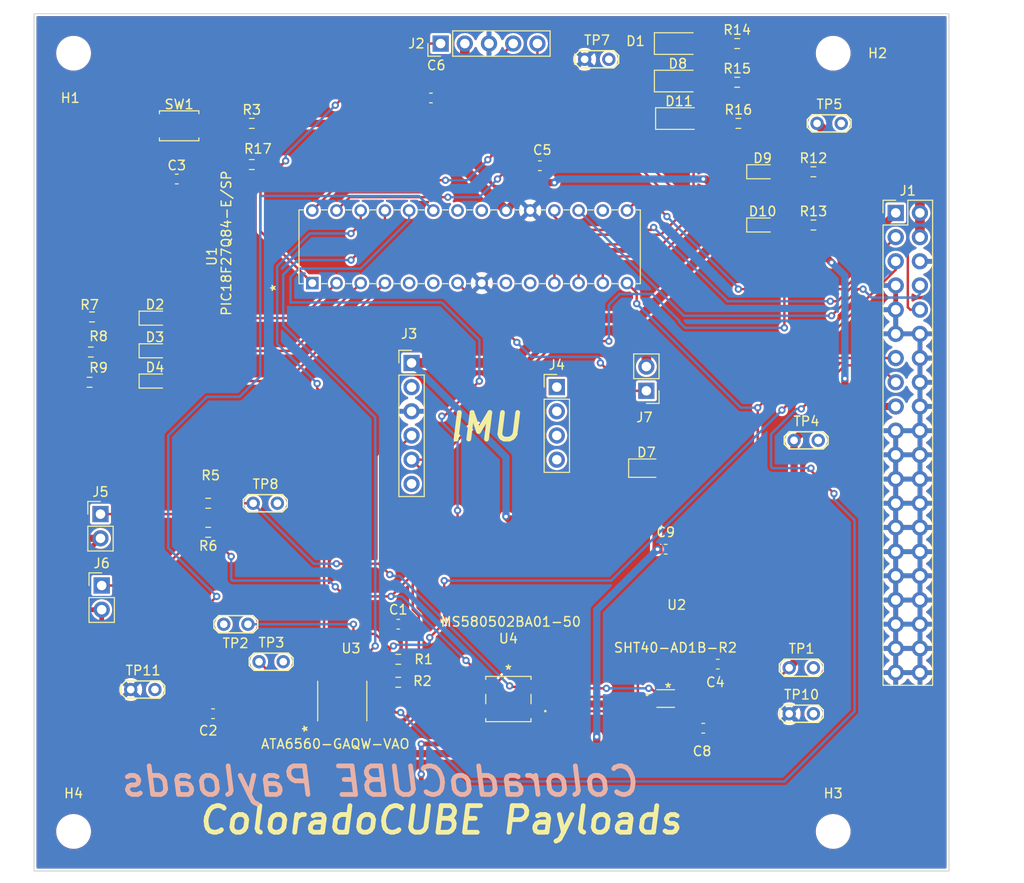
<source format=kicad_pcb>
(kicad_pcb (version 20211014) (generator pcbnew)
  (layers (0 "F.Cu" signal) (31 "B.Cu" signal) (34 "B.Paste" user) (35 "F.Paste" user) (36 "B.SilkS" user "B.Silkscreen") (37 "F.SilkS" user "F.Silkscreen") (38 "B.Mask" user) (39 "F.Mask" user) (44 "Edge.Cuts" user))
  (net 0 "")
  (net 1 "Net-(C1-Pad1)")
  (net 2 "GND")
  (net 3 "/+5V_VDD")
  (net 5 "Net-(D2-Pad1)")
  (net 6 "/LED_1")
  (net 7 "Net-(D3-Pad1)")
  (net 8 "/LED_2")
  (net 9 "Net-(D4-Pad1)")
  (net 10 "/LED_3")
  (net 11 "/LED_4")
  (net 12 "/LED_5")
  (net 14 "/RC6_TX")
  (net 15 "/RC7_RX")
  (net 16 "/CAN_Transceiver/CANH")
  (net 17 "/CAN_Transceiver/CANL")
  (net 18 "/MCLR")
  (net 19 "/ICSPD")
  (net 20 "/ICSPC")
  (net 21 "/SDA_RC4")
  (net 22 "/SCL_RC3")
  (net 23 "/CAN_Transceiver/CAN_RX")
  (net 24 "/CAN_Transceiver/CAN_TX")
  (net 25 "Net-(J7-Pad1)")
  (net 29 "/CAN_Transceiver/NSIL")
  (net 30 "/CAN_Transceiver/STBY")
  (net 31 "/CAN_Transceiver/PWR")
  (net 33 "/+3V3_VDD")
  (net 35 "Net-(D9-Pad2)")
  (net 36 "Net-(D10-Pad2)")
  (net 37 "Net-(D1-Pad1)")
  (net 38 "/RC0_D11")
  (net 39 "Net-(D8-Pad1)")
  (net 40 "/RC1_D12")
  (net 41 "Net-(D11-Pad1)")
  (net 42 "/RC2_D13")
  (net 43 "Net-(C3-Pad2)")
  (net 49 "Net-(J5-Pad1)")
  (net 50 "Net-(J6-Pad1)")
  (footprint "TestPoint:TestPoint_2Pads_Pitch2.54mm_Drill0.8mm" (layer "F.Cu") (at 162.306 46.863)
    (fp_text reference "TP7")
    (fp_text value "TestPoint")
  )
  (footprint "Capacitor_SMD:C_0603_1608Metric_Pad1.08x0.95mm_HandSolder" (layer "F.Cu") (at 142.748 106.172 180)
    (fp_text reference "C1")
    (fp_text value "4.7nF")
  )
  (footprint "Resistor_SMD:R_0603_1608Metric_Pad0.98x0.95mm_HandSolder" (layer "F.Cu") (at 110.49 77.597 180)
    (fp_text reference "R8")
    (fp_text value "330")
  )
  (footprint "LED_SMD:LED_0603_1608Metric_Pad1.05x0.95mm_HandSolder" (layer "F.Cu") (at 117.221 74.041)
    (fp_text reference "D2")
    (fp_text value "RED")
  )
  (footprint "Capacitor_SMD:C_0603_1608Metric_Pad1.08x0.95mm_HandSolder" (layer "F.Cu") (at 170.815 98.298 180)
    (fp_text reference "C9")
    (fp_text value "22uF")
  )
  (footprint "MS5805:MS580502BA01-50" (layer "F.Cu") (at 154.305 114.02695 180)
    (fp_text reference "U4")
    (fp_text value "MS580502BA01-50")
  )
  (footprint "Capacitor_SMD:C_0603_1608Metric_Pad1.08x0.95mm_HandSolder" (layer "F.Cu") (at 119.507 59.436)
    (fp_text reference "C3")
    (fp_text value "0.1uF")
  )
  (footprint "Capacitor_SMD:C_0603_1608Metric_Pad1.08x0.95mm_HandSolder" (layer "F.Cu") (at 176.276 110.363 180)
    (fp_text reference "C4")
    (fp_text value "0.1uF")
  )
  (footprint "footprintsSP:PIC18F27Q84-E&slash_SP" (layer "F.Cu") (at 133.731 70.358 90)
    (fp_text reference "U1")
    (fp_text value "PIC18F27Q84-E/SP")
  )
  (footprint "Connector_PinHeader_2.54mm:PinHeader_1x04_P2.54mm_Vertical" (layer "F.Cu") (at 159.385 81.28)
    (fp_text reference "J4")
    (fp_text value "PR20204VBNN")
  )
  (footprint "Resistor_SMD:R_0603_1608Metric_Pad0.98x0.95mm_HandSolder" (layer "F.Cu") (at 110.363 80.772 180)
    (fp_text reference "R9")
    (fp_text value "330")
  )
  (footprint "Resistor_SMD:R_0603_1608Metric_Pad0.98x0.95mm_HandSolder" (layer "F.Cu") (at 122.809 93.472 180)
    (fp_text reference "R5")
    (fp_text value "10k")
  )
  (footprint "LED_SMD:LED_1206_3216Metric_Pad1.42x1.75mm_HandSolder" (layer "F.Cu") (at 172.212 53.086)
    (fp_text reference "D11")
    (fp_text value "LED_Filled")
  )
  (footprint "TestPoint:TestPoint_2Pads_Pitch2.54mm_Drill0.8mm" (layer "F.Cu") (at 126.98 106.172 180)
    (fp_text reference "TP2")
    (fp_text value "TestPoint")
  )
  (footprint "MountingHole:MountingHole_3mm" (layer "F.Cu") (at 108.683 46.23)
    (fp_text reference "H1")
    (fp_text value "3mm_Mounting_Hole")
  )
  (footprint "tem_sensor:SHT40-AD1B-R2" (layer "F.Cu") (at 170.815 113.97295)
    (fp_text reference "U2")
    (fp_text value "SHT40-AD1B-R2")
  )
  (footprint "Resistor_SMD:R_0603_1608Metric_Pad0.98x0.95mm_HandSolder" (layer "F.Cu") (at 122.809 96.52 180)
    (fp_text reference "R6")
    (fp_text value "10k")
  )
  (footprint "TestPoint:TestPoint_2Pads_Pitch2.54mm_Drill0.8mm" (layer "F.Cu") (at 127.528 93.472)
    (fp_text reference "TP8")
    (fp_text value "TestPoint")
  )
  (footprint "Connector_PinHeader_2.54mm:PinHeader_1x06_P2.54mm_Vertical" (layer "F.Cu") (at 144.145 78.74)
    (fp_text reference "J3")
    (fp_text value "PR20206VBNN")
  )
  (footprint "Capacitor_SMD:C_0603_1608Metric_Pad1.08x0.95mm_HandSolder" (layer "F.Cu") (at 123.317 115.57 180)
    (fp_text reference "C2")
    (fp_text value "100nF")
  )
  (footprint "TestPoint:TestPoint_2Pads_Pitch2.54mm_Drill0.8mm" (layer "F.Cu") (at 183.769 110.744)
    (fp_text reference "TP1")
    (fp_text value "TestPoint")
  )
  (footprint "Resistor_SMD:R_0603_1608Metric_Pad0.98x0.95mm_HandSolder" (layer "F.Cu") (at 178.435 53.594)
    (fp_text reference "R16")
    (fp_text value "1k")
  )
  (footprint "Resistor_SMD:R_0603_1608Metric_Pad0.98x0.95mm_HandSolder" (layer "F.Cu") (at 142.748 112.268 180)
    (fp_text reference "R2")
    (fp_text value "60")
  )
  (footprint "Resistor_SMD:R_0603_1608Metric_Pad0.98x0.95mm_HandSolder" (layer "F.Cu") (at 178.308 45.212)
    (fp_text reference "R14")
    (fp_text value "1k")
  )
  (footprint "TestPoint:TestPoint_2Pads_Pitch2.54mm_Drill0.8mm" (layer "F.Cu") (at 186.69 53.594)
    (fp_text reference "TP5")
    (fp_text value "TestPoint")
  )
  (footprint "MountingHole:MountingHole_3mm" (layer "F.Cu") (at 108.683 127.93)
    (fp_text reference "H4")
    (fp_text value "3mm_Mounting_Hole")
  )
  (footprint "TestPoint:TestPoint_2Pads_Pitch2.54mm_Drill0.8mm" (layer "F.Cu") (at 183.769 115.57)
    (fp_text reference "TP10")
    (fp_text value "TestPoint")
  )
  (footprint "LED_SMD:LED_0603_1608Metric_Pad1.05x0.95mm_HandSolder" (layer "F.Cu") (at 180.975 58.674)
    (fp_text reference "D9")
    (fp_text value "RED")
  )
  (footprint "LED_SMD:LED_1206_3216Metric_Pad1.42x1.75mm_HandSolder" (layer "F.Cu") (at 172.085 45.212)
    (fp_text reference "D1")
    (fp_text value "LED_Filled")
  )
  (footprint "MountingHole:MountingHole_3mm" (layer "F.Cu") (at 188.383 46.23)
    (fp_text reference "H2")
    (fp_text value "3mm_Mounting_Hole")
  )
  (footprint "Button_Switch_SMD:SW_Push_SPST_NO_Alps_SKRK" (layer "F.Cu") (at 119.761 53.848)
    (fp_text reference "SW1")
    (fp_text value "SW_SPST")
  )
  (footprint "Connector_PinHeader_2.54mm:PinHeader_1x02_P2.54mm_Vertical" (layer "F.Cu") (at 168.783 81.666 180)
    (fp_text reference "J7")
    (fp_text value "Conn_01x02")
  )
  (footprint "Diode_SMD:D_0805_2012Metric_Pad1.15x1.40mm_HandSolder" (layer "F.Cu") (at 168.783 89.789)
    (fp_text reference "D7")
    (fp_text value "DIODE")
  )
  (footprint "Resistor_SMD:R_0603_1608Metric_Pad0.98x0.95mm_HandSolder" (layer "F.Cu") (at 178.308 49.276)
    (fp_text reference "R15")
    (fp_text value "1k")
  )
  (footprint "TestPoint:TestPoint_2Pads_Pitch2.54mm_Drill0.8mm" (layer "F.Cu") (at 184.277 86.868)
    (fp_text reference "TP4")
    (fp_text value "TestPoint")
  )
  (footprint "Resistor_SMD:R_0603_1608Metric_Pad0.98x0.95mm_HandSolder" (layer "F.Cu") (at 186.309 64.262)
    (fp_text reference "R13")
    (fp_text value "270")
  )
  (footprint "Resistor_SMD:R_0603_1608Metric_Pad0.98x0.95mm_HandSolder" (layer "F.Cu") (at 142.748 109.855)
    (fp_text reference "R1")
    (fp_text value "60")
  )
  (footprint "CAN_footprint:ATA6560-GAQW-VAO" (layer "F.Cu") (at 136.87425 114.2365 90)
    (fp_text reference "U3")
    (fp_text value "ATA6560-GAQW-VAO")
  )
  (footprint "Resistor_SMD:R_0603_1608Metric_Pad0.98x0.95mm_HandSolder" (layer "F.Cu") (at 110.617 73.914 180)
    (fp_text reference "R7")
    (fp_text value "330")
  )
  (footprint "Resistor_SMD:R_0603_1608Metric_Pad0.98x0.95mm_HandSolder" (layer "F.Cu") (at 127.381 57.912)
    (fp_text reference "R17")
    (fp_text value "100")
  )
  (footprint "Capacitor_SMD:C_0603_1608Metric_Pad1.08x0.95mm_HandSolder" (layer "F.Cu") (at 157.607 58.039 180)
    (fp_text reference "C5")
    (fp_text value "0.1uF")
  )
  (footprint "Capacitor_SMD:C_0603_1608Metric_Pad1.08x0.95mm_HandSolder" (layer "F.Cu") (at 146.177 50.927 180)
    (fp_text reference "C6")
    (fp_text value "0.1uF")
  )
  (footprint "Resistor_SMD:R_0603_1608Metric_Pad0.98x0.95mm_HandSolder" (layer "F.Cu") (at 186.309 58.674)
    (fp_text reference "R12")
    (fp_text value "470")
  )
  (footprint "Resistor_SMD:R_0603_1608Metric_Pad0.98x0.95mm_HandSolder" (layer "F.Cu") (at 127.381 53.594)
    (fp_text reference "R3")
    (fp_text value "10K")
  )
  (footprint "TestPoint:TestPoint_2Pads_Pitch2.54mm_Drill0.8mm" (layer "F.Cu") (at 128.143 110.109)
    (fp_text reference "TP3")
    (fp_text value "TestPoint")
  )
  (footprint "TestPoint:TestPoint_2Pads_Pitch2.54mm_Drill0.8mm" (layer "F.Cu") (at 114.681 113.03)
    (fp_text reference "TP11")
    (fp_text value "TestPoint")
  )
  (footprint "Connector_PinHeader_2.54mm:PinHeader_1x05_P2.54mm_Vertical" (layer "F.Cu") (at 147.193 45.212 90)
    (fp_text reference "J2")
    (fp_text value "PH1-05-UA")
  )
  (footprint "MountingHole:MountingHole_3mm" (layer "F.Cu") (at 188.383 127.93)
    (fp_text reference "H3")
    (fp_text value "3mm_Mounting_Hole")
  )
  (footprint "LED_SMD:LED_0603_1608Metric_Pad1.05x0.95mm_HandSolder" (layer "F.Cu") (at 117.221 80.645)
    (fp_text reference "D4")
    (fp_text value "YELLOW")
  )
  (footprint "Capacitor_SMD:C_0603_1608Metric_Pad1.08x0.95mm_HandSolder" (layer "F.Cu") (at 174.752 117.094)
    (fp_text reference "C8")
    (fp_text value "0.1uF")
  )
  (footprint "Connector_PinHeader_2.54mm:PinHeader_1x02_P2.54mm_Vertical" (layer "F.Cu") (at 111.633 102.108)
    (fp_text reference "J6")
    (fp_text value "PH1-02-UA")
  )
  (footprint "LED_SMD:LED_0603_1608Metric_Pad1.05x0.95mm_HandSolder" (layer "F.Cu") (at 180.975 64.262)
    (fp_text reference "D10")
    (fp_text value "RED")
  )
  (footprint "Connector_PinHeader_2.54mm:PinHeader_1x02_P2.54mm_Vertical" (layer "F.Cu") (at 111.506 94.615)
    (fp_text reference "J5")
    (fp_text value "PH1-02-UA")
  )
  (footprint "LED_SMD:LED_0603_1608Metric_Pad1.05x0.95mm_HandSolder" (layer "F.Cu") (at 117.221 77.47)
    (fp_text reference "D3")
    (fp_text value "GREEN")
  )
  (footprint "LED_SMD:LED_1206_3216Metric_Pad1.42x1.75mm_HandSolder" (layer "F.Cu") (at 172.085 49.149)
    (fp_text reference "D8")
    (fp_text value "LED_Filled")
  )
  (footprint "Connector_PinHeader_2.54mm:PinHeader_2x20_P2.54mm_Vertical" (layer "F.Cu") (at 194.945 62.992)
    (fp_text reference "J1")
    (fp_text value "SSQ-120-03-F-D")
  )
  (gr_rect (start 104.533 42.08) (end 200.533 132.08) (layer "Edge.Cuts") (width 0.1) (fill none))
  (gr_text "ColoradoCUBE Payloads" (at 140.97 122.682) (layer "B.SilkS") (effects (font (size 3 3) (thickness 0.5) italic) (justify mirror)))
  (gr_text "ColoradoCUBE Payloads" (at 147.193 126.746) (layer "F.SilkS") (effects (font (size 2.794 2.794) (thickness 0.5) italic)))
  (gr_text "IMU" (at 151.892 85.471) (layer "F.SilkS") (effects (font (size 2.794 2.794) (thickness 0.5) italic)))
  (segment (start 143.6105 106.172) (end 143.6105 109.805) (width 0.254) (layer "F.Cu") (net 1))
  (segment (start 143.6605 112.268) (end 143.6605 109.855) (width 0.254) (layer "F.Cu") (net 1))
  (segment (start 143.6105 109.805) (end 143.6605 109.855) (width 0.254) (layer "F.Cu") (net 1))
  (segment (start 168.783 75.311) (end 167.513 74.041) (width 1.016) (layer "F.Cu") (net 3))
  (segment (start 167.758 89.789) (end 166.878 89.789) (width 0.762) (layer "F.Cu") (net 3))
  (segment (start 145.3145 53.1865) (end 144.907 53.594) (width 0.762) (layer "F.Cu") (net 3))
  (segment (start 168.783 79.126) (end 168.783 75.311) (width 1.016) (layer "F.Cu") (net 3))
  (segment (start 196.596 59.563) (end 192.786 59.563) (width 1.016) (layer "F.Cu") (net 3))
  (segment (start 175.006 59.436) (end 174.752 59.436) (width 0.762) (layer "F.Cu") (net 3))
  (segment (start 167.513 74.041) (end 168.021 74.041) (width 1.016) (layer "F.Cu") (net 3))
  (segment (start 159.385 74.041) (end 167.513 74.041) (width 1.016) (layer "F.Cu") (net 3))
  (segment (start 187.198 60.96) (end 187.198 58.6975) (width 1.016) (layer "F.Cu") (net 3))
  (segment (start 168.021 74.041) (end 175.641 66.421) (width 1.016) (layer "F.Cu") (net 3))
  (segment (start 176.657 61.087) (end 187.071 61.087) (width 1.016) (layer "F.Cu") (net 3))
  (segment (start 145.3145 50.927) (end 145.3145 53.1865) (width 0.762) (layer "F.Cu") (net 3))
  (segment (start 192.659 59.563) (end 192.786 59.563) (width 1.016) (layer "F.Cu") (net 3))
  (segment (start 197.485 62.992) (end 197.485 60.452) (width 1.016) (layer "F.Cu") (net 3))
  (segment (start 149.733 45.212) (end 149.733 58.42) (width 1.016) (layer "F.Cu") (net 3))
  (segment (start 175.641 62.103) (end 176.657 61.087) (width 1.016) (layer "F.Cu") (net 3))
  (segment (start 154.305 95.123) (end 154.051 94.869) (width 0.762) (layer "F.Cu") (net 3))
  (segment (start 156.7445 58.039) (end 156.7445 60.0445) (width 0.762) (layer "F.Cu") (net 3))
  (segment (start 197.485 60.452) (end 196.596 59.563) (width 1.016) (layer "F.Cu") (net 3))
  (segment (start 190.373 61.214) (end 187.452 61.214) (width 1.016) (layer "F.Cu") (net 3))
  (segment (start 154.686 78.74) (end 159.385 74.041) (width 1.016) (layer "F.Cu") (net 3))
  (segment (start 156.7445 60.0445) (end 154.051 62.738) (width 0.762) (layer "F.Cu") (net 3))
  (segment (start 149.733 58.42) (end 154.051 62.738) (width 1.016) (layer "F.Cu") (net 3))
  (segment (start 187.071 61.087) (end 187.198 60.96) (width 1.016) (layer "F.Cu") (net 3))
  (segment (start 159.131 59.817) (end 156.972 59.817) (width 0.762) (layer "F.Cu") (net 3))
  (segment (start 186.69 53.594) (end 192.659 59.563) (width 1.016) (layer "F.Cu") (net 3))
  (segment (start 175.641 66.421) (end 175.641 62.103) (width 1.016) (layer "F.Cu") (net 3))
  (segment (start 192.024 59.563) (end 190.373 61.214) (width 1.016) (layer "F.Cu") (net 3))
  (segment (start 187.452 61.214) (end 187.198 60.96) (width 1.016) (layer "F.Cu") (net 3))
  (segment (start 149.733 58.42) (end 144.907 53.594) (width 0.762) (layer "F.Cu") (net 3))
  (segment (start 197.485 65.532) (end 197.485 62.992) (width 1.016) (layer "F.Cu") (net 3))
  (segment (start 144.907 53.594) (end 128.2935 53.594) (width 0.762) (layer "F.Cu") (net 3))
  (segment (start 176.657 61.087) (end 175.006 59.436) (width 0.762) (layer "F.Cu") (net 3))
  (segment (start 187.198 58.6975) (end 187.2215 58.674) (width 1.016) (layer "F.Cu") (net 3))
  (segment (start 192.786 59.563) (end 192.024 59.563) (width 1.016) (layer "F.Cu") (net 3))
  (segment (start 166.878 89.789) (end 161.544 95.123) (width 0.762) (layer "F.Cu") (net 3))
  (segment (start 161.544 95.123) (end 154.305 95.123) (width 0.762) (layer "F.Cu") (net 3))
  (segment (start 144.145 78.74) (end 154.686 78.74) (width 1.016) (layer "F.Cu") (net 3))
  (segment (start 156.972 59.817) (end 156.7445 60.0445) (width 0.762) (layer "F.Cu") (net 3))
  (via (at 154.051 94.869) (size 0.762) (drill 0.381) (layers "F.Cu" "B.Cu") (net 3))
  (via (at 159.131 59.817) (size 0.762) (drill 0.381) (layers "F.Cu" "B.Cu") (net 3))
  (via (at 174.752 59.436) (size 0.762) (drill 0.381) (layers "F.Cu" "B.Cu") (net 3))
  (segment (start 174.752 59.436) (end 159.512 59.436) (width 0.762) (layer "B.Cu") (net 3))
  (segment (start 159.512 59.436) (end 159.131 59.817) (width 0.762) (layer "B.Cu") (net 3))
  (segment (start 154.051 94.869) (end 154.051 88.646) (width 0.762) (layer "B.Cu") (net 3))
  (segment (start 154.051 88.646) (end 144.145 78.74) (width 0.762) (layer "B.Cu") (net 3))
  (segment (start 116.219 73.914) (end 116.346 74.041) (width 0.254) (layer "F.Cu") (net 5))
  (segment (start 111.5295 73.914) (end 116.219 73.914) (width 0.254) (layer "F.Cu") (net 5))
  (segment (start 118.096 74.041) (end 132.588 74.041) (width 0.254) (layer "F.Cu") (net 6))
  (segment (start 132.588 74.041) (end 136.271 70.358) (width 0.254) (layer "F.Cu") (net 6))
  (segment (start 111.4025 77.597) (end 116.219 77.597) (width 0.254) (layer "F.Cu") (net 7))
  (segment (start 116.219 77.597) (end 116.346 77.47) (width 0.254) (layer "F.Cu") (net 7))
  (segment (start 118.096 77.47) (end 131.699 77.47) (width 0.254) (layer "F.Cu") (net 8))
  (segment (start 131.699 77.47) (end 138.811 70.358) (width 0.254) (layer "F.Cu") (net 8))
  (segment (start 116.219 80.772) (end 116.346 80.645) (width 0.254) (layer "F.Cu") (net 9))
  (segment (start 111.2755 80.772) (end 116.219 80.772) (width 0.254) (layer "F.Cu") (net 9))
  (segment (start 131.064 80.645) (end 141.351 70.358) (width 0.254) (layer "F.Cu") (net 10))
  (segment (start 118.096 80.645) (end 131.064 80.645) (width 0.254) (layer "F.Cu") (net 10))
  (segment (start 188.214 73.787) (end 191.008 70.993) (width 0.254) (layer "F.Cu") (net 14))
  (segment (start 191.008 70.993) (end 191.516 70.993) (width 0.254) (layer "F.Cu") (net 14))
  (via (at 188.214 73.787) (size 0.762) (drill 0.381) (layers "F.Cu" "B.Cu") (net 14))
  (via (at 191.516 70.993) (size 0.762) (drill 0.381) (layers "F.Cu" "B.Cu") (net 14))
  (segment (start 172.72 73.787) (end 188.214 73.787) (width 0.254) (layer "B.Cu") (net 14))
  (segment (start 191.516 70.993) (end 192.405 71.882) (width 0.254) (layer "B.Cu") (net 14))
  (segment (start 197.485 71.501) (end 197.485 70.612) (width 0.254) (layer "B.Cu") (net 14))
  (segment (start 192.405 71.882) (end 197.104 71.882) (width 0.254) (layer "B.Cu") (net 14))
  (segment (start 197.104 71.882) (end 197.485 71.501) (width 0.254) (layer "B.Cu") (net 14))
  (segment (start 161.671 62.738) (end 172.72 73.787) (width 0.254) (layer "B.Cu") (net 14))
  (segment (start 196.088 66.802) (end 196.215 66.929) (width 0.254) (layer "F.Cu") (net 15))
  (segment (start 159.131 63.373) (end 160.528 64.77) (width 0.254) (layer "F.Cu") (net 15))
  (segment (start 159.131 62.738) (end 159.131 63.373) (width 0.254) (layer "F.Cu") (net 15))
  (segment (start 194.31 66.802) (end 196.088 66.802) (width 0.254) (layer "F.Cu") (net 15))
  (segment (start 196.469 73.152) (end 197.485 73.152) (width 0.254) (layer "F.Cu") (net 15))
  (segment (start 196.215 66.929) (end 196.215 72.898) (width 0.254) (layer "F.Cu") (net 15))
  (segment (start 188.849 72.263) (end 194.31 66.802) (width 0.254) (layer "F.Cu") (net 15))
  (segment (start 196.215 72.898) (end 196.469 73.152) (width 0.254) (layer "F.Cu") (net 15))
  (segment (start 188.087 72.263) (end 188.849 72.263) (width 0.254) (layer "F.Cu") (net 15))
  (segment (start 160.528 64.77) (end 169.291 64.77) (width 0.254) (layer "F.Cu") (net 15))
  (segment (start 169.291 64.77) (end 169.545 64.516) (width 0.254) (layer "F.Cu") (net 15))
  (via (at 169.545 64.516) (size 0.762) (drill 0.381) (layers "F.Cu" "B.Cu") (net 15))
  (via (at 188.087 72.263) (size 0.762) (drill 0.381) (layers "F.Cu" "B.Cu") (net 15))
  (segment (start 177.292 72.263) (end 188.087 72.263) (width 0.254) (layer "B.Cu") (net 15))
  (segment (start 169.545 64.516) (end 177.292 72.263) (width 0.254) (layer "B.Cu") (net 15))
  (segment (start 188.468 78.232) (end 194.945 78.232) (width 0.254) (layer "F.Cu") (net 16))
  (segment (start 141.8355 108.6885) (end 142.0095 108.6885) (width 0.254) (layer "F.Cu") (net 16))
  (segment (start 136.23925 108.61675) (end 137.668 107.188) (width 0.254) (layer "F.Cu") (net 16))
  (segment (start 138.049 106.172) (end 138.049 107.061) (width 0.254) (layer "F.Cu") (net 16))
  (segment (start 138.176 107.188) (end 140.335 107.188) (width 0.254) (layer "F.Cu") (net 16))
  (segment (start 142.0095 108.6885) (end 142.24 108.458) (width 0.254) (layer "F.Cu") (net 16))
  (segment (start 146.05 107.569) (end 147.574 106.045) (width 0.254) (layer "F.Cu") (net 16))
  (segment (start 183.007 83.693) (end 188.468 78.232) (width 0.254) (layer "F.Cu") (net 16))
  (segment (start 137.668 107.188) (end 138.176 107.188) (width 0.254) (layer "F.Cu") (net 16))
  (segment (start 141.8355 108.6885) (end 141.8355 109.855) (width 0.254) (layer "F.Cu") (net 16))
  (segment (start 140.335 107.188) (end 141.8355 108.6885) (width 0.254) (layer "F.Cu") (net 16))
  (segment (start 147.574 106.045) (end 147.574 101.6) (width 0.254) (layer "F.Cu") (net 16))
  (segment (start 136.23925 111.5822) (end 136.23925 108.61675) (width 0.254) (layer "F.Cu") (net 16))
  (segment (start 138.049 107.061) (end 138.176 107.188) (width 0.254) (layer "F.Cu") (net 16))
  (via (at 146.05 107.569) (size 0.762) (drill 0.381) (layers "F.Cu" "B.Cu") (net 16))
  (via (at 142.24 108.458) (size 0.762) (drill 0.381) (layers "F.Cu" "B.Cu") (net 16))
  (via (at 138.049 106.172) (size 0.762) (drill 0.381) (layers "F.Cu" "B.Cu") (net 16))
  (via (at 183.007 83.693) (size 0.762) (drill 0.381) (layers "F.Cu" "B.Cu") (net 16))
  (via (at 147.574 101.6) (size 0.762) (drill 0.381) (layers "F.Cu" "B.Cu") (net 16))
  (segment (start 146.05 108.077) (end 146.05 107.569) (width 0.254) (layer "B.Cu") (net 16))
  (segment (start 142.24 108.458) (end 142.367 108.331) (width 0.254) (layer "B.Cu") (net 16))
  (segment (start 165.1 101.6) (end 183.007 83.693) (width 0.254) (layer "B.Cu") (net 16))
  (segment (start 147.574 101.6) (end 165.1 101.6) (width 0.254) (layer "B.Cu") (net 16))
  (segment (start 145.796 108.331) (end 146.05 108.077) (width 0.254) (layer "B.Cu") (net 16))
  (segment (start 126.98 106.172) (end 138.049 106.172) (width 0.254) (layer "B.Cu") (net 16))
  (segment (start 142.367 108.331) (end 145.796 108.331) (width 0.254) (layer "B.Cu") (net 16))
  (segment (start 141.8355 114.7845) (end 142.367 115.316) (width 0.254) (layer "F.Cu") (net 17))
  (segment (start 138.684 113.538) (end 137.50925 112.36325) (width 0.254) (layer "F.Cu") (net 17))
  (segment (start 185.801 90.043) (end 186.055 89.789) (width 0.254) (layer "F.Cu") (net 17))
  (segment (start 141.8355 112.268) (end 141.8355 114.7845) (width 0.254) (layer "F.Cu") (net 17))
  (segment (start 189.611 78.994) (end 193.167 78.994) (width 0.254) (layer "F.Cu") (net 17))
  (segment (start 141.8355 112.268) (end 140.5655 113.538) (width 0.254) (layer "F.Cu") (net 17))
  (segment (start 142.367 115.316) (end 142.494 115.443) (width 0.254) (layer "F.Cu") (net 17))
  (segment (start 185.039 83.566) (end 189.611 78.994) (width 0.254) (layer "F.Cu") (net 17))
  (segment (start 128.143 110.109) (end 131.953 113.919) (width 0.254) (layer "F.Cu") (net 17))
  (segment (start 131.953 113.919) (end 140.1845 113.919) (width 0.254) (layer "F.Cu") (net 17))
  (segment (start 140.5655 113.538) (end 138.684 113.538) (width 0.254) (layer "F.Cu") (net 17))
  (segment (start 186.055 90.043) (end 185.801 90.043) (width 0.254) (layer "F.Cu") (net 17))
  (segment (start 193.167 78.994) (end 194.945 80.772) (width 0.254) (layer "F.Cu") (net 17))
  (segment (start 137.50925 112.36325) (end 137.50925 111.5822) (width 0.254) (layer "F.Cu") (net 17))
  (segment (start 140.1845 113.919) (end 141.8355 112.268) (width 0.254) (layer "F.Cu") (net 17))
  (segment (start 188.468 92.456) (end 186.055 90.043) (width 0.254) (layer "F.Cu") (net 17))
  (segment (start 142.494 115.443) (end 143.002 115.443) (width 0.254) (layer "F.Cu") (net 17))
  (via (at 143.002 115.443) (size 0.762) (drill 0.381) (layers "F.Cu" "B.Cu") (net 17))
  (via (at 188.468 92.456) (size 0.762) (drill 0.381) (layers "F.Cu" "B.Cu") (net 17))
  (via (at 186.055 89.789) (size 0.762) (drill 0.381) (layers "F.Cu" "B.Cu") (net 17))
  (via (at 185.039 83.566) (size 0.762) (drill 0.381) (layers "F.Cu" "B.Cu") (net 17))
  (segment (start 184.531 83.566) (end 185.039 83.566) (width 0.254) (layer "B.Cu") (net 17))
  (segment (start 188.468 93.091) (end 188.468 92.837) (width 0.254) (layer "B.Cu") (net 17))
  (segment (start 186.055 89.789) (end 181.991 89.789) (width 0.254) (layer "B.Cu") (net 17))
  (segment (start 181.991 89.789) (end 181.864 89.662) (width 0.254) (layer "B.Cu") (net 17))
  (segment (start 143.002 115.443) (end 150.241 122.682) (width 0.254) (layer "B.Cu") (net 17))
  (segment (start 190.627 95.25) (end 188.468 93.091) (width 0.254) (layer "B.Cu") (net 17))
  (segment (start 183.261 122.682) (end 190.627 115.316) (width 0.254) (layer "B.Cu") (net 17))
  (segment (start 188.595 92.71) (end 188.468 92.583) (width 0.254) (layer "B.Cu") (net 17))
  (segment (start 181.864 86.233) (end 184.531 83.566) (width 0.254) (layer "B.Cu") (net 17))
  (segment (start 188.468 92.583) (end 188.468 92.456) (width 0.254) (layer "B.Cu") (net 17))
  (segment (start 188.468 92.837) (end 188.595 92.71) (width 0.254) (layer "B.Cu") (net 17))
  (segment (start 181.864 89.662) (end 181.864 86.233) (width 0.254) (layer "B.Cu") (net 17))
  (segment (start 190.627 115.316) (end 190.627 95.25) (width 0.254) (layer "B.Cu") (net 17))
  (segment (start 150.241 122.682) (end 183.261 122.682) (width 0.254) (layer "B.Cu") (net 17))
  (segment (start 130.556 57.912) (end 128.2935 57.912) (width 0.254) (layer "F.Cu") (net 18))
  (segment (start 142.621 45.212) (end 136.144 51.689) (width 0.254) (layer "F.Cu") (net 18))
  (segment (start 147.193 45.212) (end 142.621 45.212) (width 0.254) (layer "F.Cu") (net 18))
  (segment (start 130.937 57.531) (end 130.556 57.912) (width 0.254) (layer "F.Cu") (net 18))
  (segment (start 133.731 70.358) (end 128.2935 64.9205) (width 0.254) (layer "F.Cu") (net 18))
  (segment (start 128.2935 64.9205) (end 128.2935 57.912) (width 0.254) (layer "F.Cu") (net 18))
  (via (at 130.937 57.531) (size 0.762) (drill 0.381) (layers "F.Cu" "B.Cu") (net 18))
  (via (at 136.144 51.689) (size 0.762) (drill 0.381) (layers "F.Cu" "B.Cu") (net 18))
  (segment (start 136.144 51.689) (end 130.937 56.896) (width 0.254) (layer "B.Cu") (net 18))
  (segment (start 130.937 56.896) (end 130.937 57.531) (width 0.254) (layer "B.Cu") (net 18))
  (segment (start 154.813 45.212) (end 152.527 47.498) (width 0.254) (layer "F.Cu") (net 19))
  (segment (start 147.701 59.563) (end 136.906 59.563) (width 0.254) (layer "F.Cu") (net 19))
  (segment (start 152.527 56.007) (end 152.527 57.023) (width 0.254) (layer "F.Cu") (net 19))
  (segment (start 152.527 47.498) (end 152.527 56.007) (width 0.254) (layer "F.Cu") (net 19))
  (segment (start 152.527 57.023) (end 152.146 57.404) (width 0.254) (layer "F.Cu") (net 19))
  (segment (start 136.906 59.563) (end 133.731 62.738) (width 0.254) (layer "F.Cu") (net 19))
  (via (at 147.701 59.563) (size 0.762) (drill 0.381) (layers "F.Cu" "B.Cu") (net 19))
  (via (at 152.146 57.404) (size 0.762) (drill 0.381) (layers "F.Cu" "B.Cu") (net 19))
  (segment (start 149.987 59.563) (end 147.701 59.563) (width 0.254) (layer "B.Cu") (net 19))
  (segment (start 152.146 57.404) (end 149.987 59.563) (width 0.254) (layer "B.Cu") (net 19))
  (segment (start 157.353 55.245) (end 153.162 59.436) (width 0.254) (layer "F.Cu") (net 20))
  (segment (start 147.955 61.341) (end 137.668 61.341) (width 0.254) (layer "F.Cu") (net 20))
  (segment (start 137.668 61.341) (end 136.271 62.738) (width 0.254) (layer "F.Cu") (net 20))
  (segment (start 157.353 45.212) (end 157.353 55.245) (width 0.254) (layer "F.Cu") (net 20))
  (via (at 153.162 59.436) (size 0.762) (drill 0.381) (layers "F.Cu" "B.Cu") (net 20))
  (via (at 147.955 61.341) (size 0.762) (drill 0.381) (layers "F.Cu" "B.Cu") (net 20))
  (segment (start 153.162 59.436) (end 151.257 61.341) (width 0.254) (layer "B.Cu") (net 20))
  (segment (start 151.257 61.341) (end 147.955 61.341) (width 0.254) (layer "B.Cu") (net 20))
  (segment (start 137.16 103.251) (end 136.144 102.235) (width 0.254) (layer "F.Cu") (net 21))
  (segment (start 164.592 112.903) (end 158.877 112.903) (width 0.254) (layer "F.Cu") (net 21))
  (segment (start 189.484 70.993) (end 194.945 65.532) (width 0.254) (layer "F.Cu") (net 21))
  (segment (start 157.226 111.252) (end 154.159951 111.252) (width 0.254) (layer "F.Cu") (net 21))
  (segment (start 144.145 88.9) (end 146.939 88.9) (width 0.254) (layer "F.Cu") (net 21))
  (segment (start 146.939 88.9) (end 156.083 79.756) (width 0.254) (layer "F.Cu") (net 21))
  (segment (start 156.083 79.756) (end 159.385 76.454) (width 0.254) (layer "F.Cu") (net 21))
  (segment (start 169.672 62.103) (end 170.942 63.373) (width 0.254) (layer "F.Cu") (net 21))
  (segment (start 146.685 90.932) (end 146.685 98.552) (width 0.254) (layer "F.Cu") (net 21))
  (segment (start 169.037 112.903) (end 169.291 112.903) (width 0.254) (layer "F.Cu") (net 21))
  (segment (start 144.145 88.9) (end 146.177 90.932) (width 0.254) (layer "F.Cu") (net 21))
  (segment (start 166.751 62.738) (end 167.386 62.103) (width 0.254) (layer "F.Cu") (net 21))
  (segment (start 169.291 112.903) (end 169.960951 113.572951) (width 0.254) (layer "F.Cu") (net 21))
  (segment (start 183.261 75.057) (end 183.261 71.12) (width 0.254) (layer "F.Cu") (net 21))
  (segment (start 178.435 70.993) (end 183.388 70.993) (width 0.254) (layer "F.Cu") (net 21))
  (segment (start 146.685 98.552) (end 141.986 103.251) (width 0.254) (layer "F.Cu") (net 21))
  (segment (start 152.655001 112.75695) (end 152.63495 112.75695) (width 0.254) (layer "F.Cu") (net 21))
  (segment (start 169.960951 113.572951) (end 170.0657 113.572951) (width 0.254) (layer "F.Cu") (net 21))
  (segment (start 154.159951 111.252) (end 152.655001 112.75695) (width 0.254) (layer "F.Cu") (net 21))
  (segment (start 125.222 99.06) (end 123.7215 97.5595) (width 0.254) (layer "F.Cu") (net 21))
  (segment (start 158.877 112.903) (end 157.226 111.252) (width 0.254) (layer "F.Cu") (net 21))
  (segment (start 152.63495 112.75695) (end 149.86 109.982) (width 0.254) (layer "F.Cu") (net 21))
  (segment (start 141.986 103.251) (end 137.16 103.251) (width 0.254) (layer "F.Cu") (net 21))
  (segment (start 183.261 71.12) (end 183.388 70.993) (width 0.254) (layer "F.Cu") (net 21))
  (segment (start 146.177 90.932) (end 146.685 90.932) (width 0.254) (layer "F.Cu") (net 21))
  (segment (start 159.385 76.454) (end 164.846 76.454) (width 0.254) (layer "F.Cu") (net 21))
  (segment (start 167.386 62.103) (end 169.672 62.103) (width 0.254) (layer "F.Cu") (net 21))
  (segment (start 123.7215 97.5595) (end 123.7215 96.52) (width 0.254) (layer "F.Cu") (net 21))
  (segment (start 183.388 70.993) (end 189.484 70.993) (width 0.254) (layer "F.Cu") (net 21))
  (via (at 136.144 102.235) (size 0.762) (drill 0.381) (layers "F.Cu" "B.Cu") (net 21))
  (via (at 178.435 70.993) (size 0.762) (drill 0.381) (layers "F.Cu" "B.Cu") (net 21))
  (via (at 164.592 112.903) (size 0.762) (drill 0.381) (layers "F.Cu" "B.Cu") (net 21))
  (via (at 170.942 63.373) (size 0.762) (drill 0.381) (layers "F.Cu" "B.Cu") (net 21))
  (via (at 141.986 103.251) (size 0.762) (drill 0.381) (layers "F.Cu" "B.Cu") (net 21))
  (via (at 125.222 99.06) (size 0.762) (drill 0.381) (layers "F.Cu" "B.Cu") (net 21))
  (via (at 149.86 109.982) (size 0.762) (drill 0.381) (layers "F.Cu" "B.Cu") (net 21))
  (via (at 164.846 76.454) (size 0.762) (drill 0.381) (layers "F.Cu" "B.Cu") (net 21))
  (via (at 183.261 75.057) (size 0.762) (drill 0.381) (layers "F.Cu" "B.Cu") (net 21))
  (via (at 169.037 112.903) (size 0.762) (drill 0.381) (layers "F.Cu" "B.Cu") (net 21))
  (segment (start 172.212 74.422) (end 172.847 75.057) (width 0.254) (layer "B.Cu") (net 21))
  (segment (start 164.846 72.644) (end 164.973 72.517) (width 0.254) (layer "B.Cu") (net 21))
  (segment (start 169.418 71.501) (end 172.212 74.295) (width 0.254) (layer "B.Cu") (net 21))
  (segment (start 149.86 109.982) (end 143.129 103.251) (width 0.254) (layer "B.Cu") (net 21))
  (segment (start 125.222 101.473) (end 125.222 99.06) (width 0.254) (layer "B.Cu") (net 21))
  (segment (start 125.349 101.6) (end 125.222 101.473) (width 0.254) (layer "B.Cu") (net 21))
  (segment (start 164.846 76.454) (end 164.846 72.644) (width 0.254) (layer "B.Cu") (net 21))
  (segment (start 172.212 74.295) (end 172.212 74.422) (width 0.254) (layer "B.Cu") (net 21))
  (segment (start 164.973 72.517) (end 165.989 71.501) (width 0.254) (layer "B.Cu") (net 21))
  (segment (start 170.942 63.373) (end 178.435 70.866) (width 0.254) (layer "B.Cu") (net 21))
  (segment (start 168.656 112.903) (end 169.037 112.903) (width 0.254) (layer "B.Cu") (net 21))
  (segment (start 143.129 103.251) (end 141.986 103.251) (width 0.254) (layer "B.Cu") (net 21))
  (segment (start 136.144 102.235) (end 135.509 101.6) (width 0.254) (layer "B.Cu") (net 21))
  (segment (start 165.989 71.501) (end 169.418 71.501) (width 0.254) (layer "B.Cu") (net 21))
  (segment (start 178.435 70.866) (end 178.435 70.993) (width 0.254) (layer "B.Cu") (net 21))
  (segment (start 172.847 75.057) (end 183.261 75.057) (width 0.254) (layer "B.Cu") (net 21))
  (segment (start 135.509 101.6) (end 125.349 101.6) (width 0.254) (layer "B.Cu") (net 21))
  (segment (start 168.656 112.903) (end 164.592 112.903) (width 0.254) (layer "B.Cu") (net 21))
  (segment (start 154.53995 112.75695) (end 154.432 112.649) (width 0.254) (layer "F.Cu") (net 22))
  (segment (start 180.467 83.439) (end 194.945 68.961) (width 0.254) (layer "F.Cu") (net 22))
  (segment (start 167.894 113.792) (end 167.894 106.299) (width 0.254) (layer "F.Cu") (net 22))
  (segment (start 167.894 113.792) (end 156.990049 113.792) (width 0.254) (layer "F.Cu") (net 22))
  (segment (start 141.859 100.965) (end 141.224 100.33) (width 0.254) (layer "F.Cu") (net 22))
  (segment (start 141.859 88.646) (end 140.97 88.646) (width 0.254) (layer "F.Cu") (net 22))
  (segment (start 140.716 99.822) (end 136.271 99.822) (width 0.254) (layer "F.Cu") (net 22))
  (segment (start 141.224 100.33) (end 140.716 99.822) (width 0.254) (layer "F.Cu") (net 22))
  (segment (start 168.474949 114.372949) (end 167.894 113.792) (width 0.254) (layer "F.Cu") (net 22))
  (segment (start 123.7215 93.472) (end 127.528 93.472) (width 0.254) (layer "F.Cu") (net 22))
  (segment (start 155.954999 112.75695) (end 154.53995 112.75695) (width 0.254) (layer "F.Cu") (net 22))
  (segment (start 180.467 93.726) (end 180.467 84.201) (width 0.254) (layer "F.Cu") (net 22))
  (segment (start 194.945 68.961) (end 194.945 68.072) (width 0.254) (layer "F.Cu") (net 22))
  (segment (start 170.0657 114.372949) (end 168.474949 114.372949) (width 0.254) (layer "F.Cu") (net 22))
  (segment (start 180.213 93.98) (end 180.467 93.726) (width 0.254) (layer "F.Cu") (net 22))
  (segment (start 166.751 70.358) (end 167.767 71.374) (width 0.254) (layer "F.Cu") (net 22))
  (segment (start 167.767 71.374) (end 167.767 72.517) (width 0.254) (layer "F.Cu") (net 22))
  (segment (start 140.97 88.646) (end 140.97 100.076) (width 0.254) (layer "F.Cu") (net 22))
  (segment (start 144.145 86.36) (end 141.859 88.646) (width 0.254) (layer "F.Cu") (net 22))
  (segment (start 167.894 106.299) (end 180.213 93.98) (width 0.254) (layer "F.Cu") (net 22))
  (segment (start 140.97 100.076) (end 141.224 100.33) (width 0.254) (layer "F.Cu") (net 22))
  (segment (start 156.990049 113.792) (end 155.954999 112.75695) (width 0.254) (layer "F.Cu") (net 22))
  (segment (start 180.467 84.201) (end 180.467 83.439) (width 0.254) (layer "F.Cu") (net 22))
  (via (at 167.767 72.517) (size 0.762) (drill 0.381) (layers "F.Cu" "B.Cu") (net 22))
  (via (at 141.859 100.965) (size 0.762) (drill 0.381) (layers "F.Cu" "B.Cu") (net 22))
  (via (at 154.432 112.649) (size 0.762) (drill 0.381) (layers "F.Cu" "B.Cu") (net 22))
  (via (at 180.467 83.439) (size 0.762) (drill 0.381) (layers "F.Cu" "B.Cu") (net 22))
  (via (at 136.271 99.822) (size 0.762) (drill 0.381) (layers "F.Cu" "B.Cu") (net 22))
  (segment (start 136.271 99.822) (end 133.878 99.822) (width 0.254) (layer "B.Cu") (net 22))
  (segment (start 142.24 101.092) (end 141.986 101.092) (width 0.254) (layer "B.Cu") (net 22))
  (segment (start 133.878 99.822) (end 127.528 93.472) (width 0.254) (layer "B.Cu") (net 22))
  (segment (start 141.986 101.092) (end 141.859 100.965) (width 0.254) (layer "B.Cu") (net 22))
  (segment (start 142.875 101.092) (end 142.24 101.092) (width 0.254) (layer "B.Cu") (net 22))
  (segment (start 167.767 72.517) (end 178.689 83.439) (width 0.254) (layer "B.Cu") (net 22))
  (segment (start 178.689 83.439) (end 180.467 83.439) (width 0.254) (layer "B.Cu") (net 22))
  (segment (start 154.432 112.649) (end 142.875 101.092) (width 0.254) (layer "B.Cu") (net 22))
  (segment (start 147.32 84.328) (end 147.574 84.328) (width 0.254) (layer "F.Cu") (net 23))
  (segment (start 144.907 115.57) (end 143.5862 116.8908) (width 0.254) (layer "F.Cu") (net 23))
  (segment (start 143.5862 116.8908) (end 138.77925 116.8908) (width 0.254) (layer "F.Cu") (net 23))
  (segment (start 144.272 101.981) (end 144.272 104.648) (width 0.254) (layer "F.Cu") (net 23))
  (segment (start 144.907 105.283) (end 144.907 115.57) (width 0.254) (layer "F.Cu") (net 23))
  (segment (start 148.971 97.282) (end 144.272 101.981) (width 0.254) (layer "F.Cu") (net 23))
  (segment (start 148.971 94.234) (end 148.971 97.282) (width 0.254) (layer "F.Cu") (net 23))
  (segment (start 147.574 84.328) (end 151.257 80.645) (width 0.254) (layer "F.Cu") (net 23))
  (segment (start 144.272 104.648) (end 144.907 105.283) (width 0.254) (layer "F.Cu") (net 23))
  (via (at 151.257 80.645) (size 0.762) (drill 0.381) (layers "F.Cu" "B.Cu") (net 23))
  (via (at 147.32 84.328) (size 0.762) (drill 0.381) (layers "F.Cu" "B.Cu") (net 23))
  (via (at 148.971 94.234) (size 0.762) (drill 0.381) (layers "F.Cu" "B.Cu") (net 23))
  (segment (start 148.971 94.234) (end 148.971 86.614) (width 0.254) (layer "B.Cu") (net 23))
  (segment (start 147.32 72.39) (end 131.445 72.39) (width 0.254) (layer "B.Cu") (net 23))
  (segment (start 151.257 80.645) (end 151.257 76.327) (width 0.254) (layer "B.Cu") (net 23))
  (segment (start 151.257 76.327) (end 147.32 72.39) (width 0.254) (layer "B.Cu") (net 23))
  (segment (start 138.811 68.834) (end 143.891 63.754) (width 0.254) (layer "B.Cu") (net 23))
  (segment (start 131.445 69.723) (end 132.334 68.834) (width 0.254) (layer "B.Cu") (net 23))
  (segment (start 143.891 63.754) (end 143.891 62.738) (width 0.254) (layer "B.Cu") (net 23))
  (segment (start 147.32 84.963) (end 147.32 84.328) (width 0.254) (layer "B.Cu") (net 23))
  (segment (start 148.971 86.614) (end 147.32 84.963) (width 0.254) (layer "B.Cu") (net 23))
  (segment (start 132.334 68.834) (end 138.811 68.834) (width 0.254) (layer "B.Cu") (net 23))
  (segment (start 131.445 72.39) (end 131.445 69.723) (width 0.254) (layer "B.Cu") (net 23))
  (segment (start 120.65 107.188) (end 120.65 106.299) (width 0.254) (layer "F.Cu") (net 24))
  (segment (start 134.96925 116.8908) (end 130.3528 116.8908) (width 0.254) (layer "F.Cu") (net 24))
  (segment (start 130.3528 116.8908) (end 120.65 107.188) (width 0.254) (layer "F.Cu") (net 24))
  (segment (start 120.65 106.299) (end 123.698 103.251) (width 0.254) (layer "F.Cu") (net 24))
  (via (at 123.698 103.251) (size 0.762) (drill 0.381) (layers "F.Cu" "B.Cu") (net 24))
  (segment (start 123.698 103.251) (end 118.618 98.171) (width 0.254) (layer "B.Cu") (net 24))
  (segment (start 118.618 86.36) (end 122.682 82.296) (width 0.254) (layer "B.Cu") (net 24))
  (segment (start 128.27 80.137) (end 128.27 61.214) (width 0.254) (layer "B.Cu") (net 24))
  (segment (start 128.27 61.214) (end 144.907 61.214) (width 0.254) (layer "B.Cu") (net 24))
  (segment (start 122.682 82.296) (end 126.111 82.296) (width 0.254) (layer "B.Cu") (net 24))
  (segment (start 118.618 98.171) (end 118.618 86.36) (width 0.254) (layer "B.Cu") (net 24))
  (segment (start 144.907 61.214) (end 146.431 62.738) (width 0.254) (layer "B.Cu") (net 24))
  (segment (start 126.111 82.296) (end 128.27 80.137) (width 0.254) (layer "B.Cu") (net 24))
  (segment (start 166.883 81.666) (end 168.783 81.666) (width 0.254) (layer "F.Cu") (net 25))
  (segment (start 148.971 70.358) (end 155.194 76.581) (width 0.254) (layer "F.Cu") (net 25))
  (segment (start 163.957 78.74) (end 166.883 81.666) (width 0.254) (layer "F.Cu") (net 25))
  (via (at 163.957 78.74) (size 0.762) (drill 0.381) (layers "F.Cu" "B.Cu") (net 25))
  (via (at 155.194 76.581) (size 0.762) (drill 0.381) (layers "F.Cu" "B.Cu") (net 25))
  (segment (start 163.957 78.359) (end 163.957 78.74) (width 0.254) (layer "B.Cu") (net 25))
  (segment (start 155.194 76.581) (end 156.718 78.105) (width 0.254) (layer "B.Cu") (net 25))
  (segment (start 156.718 78.105) (end 163.703 78.105) (width 0.254) (layer "B.Cu") (net 25))
  (segment (start 163.703 78.105) (end 163.957 78.359) (width 0.254) (layer "B.Cu") (net 25))
  (segment (start 141.351 64.389) (end 137.795 67.945) (width 0.254) (layer "F.Cu") (net 29))
  (segment (start 140.335 108.458) (end 138.77925 110.01375) (width 0.254) (layer "F.Cu") (net 29))
  (segment (start 141.351 62.738) (end 141.351 64.389) (width 0.254) (layer "F.Cu") (net 29))
  (segment (start 138.77925 110.01375) (end 138.77925 111.5822) (width 0.254) (layer "F.Cu") (net 29))
  (via (at 137.795 67.945) (size 0.762) (drill 0.381) (layers "F.Cu" "B.Cu") (net 29))
  (via (at 140.335 108.458) (size 0.762) (drill 0.381) (layers "F.Cu" "B.Cu") (net 29))
  (segment (start 130.683 69.469) (end 130.683 74.803) (width 0.254) (layer "B.Cu") (net 29))
  (segment (start 130.683 74.803) (end 134.493 78.613) (width 0.254) (layer "B.Cu") (net 29))
  (segment (start 134.493 78.613) (end 140.335 84.455) (width 0.254) (layer "B.Cu") (net 29))
  (segment (start 137.795 67.945) (end 132.207 67.945) (width 0.254) (layer "B.Cu") (net 29))
  (segment (start 140.335 106.553) (end 140.335 108.458) (width 0.254) (layer "B.Cu") (net 29))
  (segment (start 140.335 84.455) (end 140.335 106.553) (width 0.254) (layer "B.Cu") (net 29))
  (segment (start 132.207 67.945) (end 130.683 69.469) (width 0.254) (layer "B.Cu") (net 29))
  (segment (start 137.795 65.151) (end 138.811 64.135) (width 0.254) (layer "F.Cu") (net 30))
  (segment (start 134.239 81.407) (end 134.239 80.899) (width 0.254) (layer "F.Cu") (net 30))
  (segment (start 134.493 81.661) (end 134.239 81.407) (width 0.254) (layer "F.Cu") (net 30))
  (segment (start 134.96925 111.5822) (end 134.96925 82.13725) (width 0.254) (layer "F.Cu") (net 30))
  (segment (start 138.811 64.135) (end 138.811 62.738) (width 0.254) (layer "F.Cu") (net 30))
  (segment (start 134.96925 82.13725) (end 134.493 81.661) (width 0.254) (layer "F.Cu") (net 30))
  (via (at 137.795 65.151) (size 0.762) (drill 0.381) (layers "F.Cu" "B.Cu") (net 30))
  (via (at 134.239 80.899) (size 0.762) (drill 0.381) (layers "F.Cu" "B.Cu") (net 30))
  (segment (start 133.477 65.151) (end 137.795 65.151) (width 0.254) (layer "B.Cu") (net 30))
  (segment (start 130.048 68.58) (end 133.477 65.151) (width 0.254) (layer "B.Cu") (net 30))
  (segment (start 134.239 80.899) (end 130.048 76.708) (width 0.254) (layer "B.Cu") (net 30))
  (segment (start 130.048 76.708) (end 130.048 68.58) (width 0.254) (layer "B.Cu") (net 30))
  (segment (start 137.50925 119.41175) (end 137.8585 119.761) (width 0.762) (layer "F.Cu") (net 31))
  (segment (start 169.808 98.1535) (end 169.9525 98.298) (width 0.762) (layer "F.Cu") (net 31))
  (segment (start 137.50925 116.8908) (end 137.50925 119.41175) (width 0.762) (layer "F.Cu") (net 31))
  (segment (start 137.8585 119.761) (end 163.449 119.761) (width 0.762) (layer "F.Cu") (net 31))
  (segment (start 169.808 89.789) (end 169.808 98.1535) (width 0.762) (layer "F.Cu") (net 31))
  (segment (start 163.449 119.761) (end 163.576 119.634) (width 0.762) (layer "F.Cu") (net 31))
  (segment (start 137.50925 122.45975) (end 137.287 122.682) (width 0.762) (layer "F.Cu") (net 31))
  (segment (start 163.576 119.634) (end 163.576 117.983) (width 0.762) (layer "F.Cu") (net 31))
  (segment (start 137.287 122.682) (end 131.2915 122.682) (width 0.762) (layer "F.Cu") (net 31))
  (segment (start 137.50925 119.41175) (end 137.50925 122.45975) (width 0.762) (layer "F.Cu") (net 31))
  (segment (start 131.2915 122.682) (end 124.1795 115.57) (width 0.762) (layer "F.Cu") (net 31))
  (via (at 163.576 117.983) (size 0.762) (drill 0.381) (layers "F.Cu" "B.Cu") (net 31))
  (via (at 169.9525 98.298) (size 0.762) (drill 0.381) (layers "F.Cu" "B.Cu") (net 31))
  (segment (start 163.576 117.983) (end 163.576 104.6745) (width 0.762) (layer "B.Cu") (net 31))
  (segment (start 163.576 104.6745) (end 169.9525 98.298) (width 0.762) (layer "B.Cu") (net 31))
  (segment (start 155.954999 115.29695) (end 171.08805 115.29695) (width 0.254) (layer "F.Cu") (net 33))
  (segment (start 152.506949 118.745) (end 155.954999 115.29695) (width 0.508) (layer "F.Cu") (net 33))
  (segment (start 111.506 97.155) (end 109.22 99.441) (width 0.508) (layer "F.Cu") (net 33))
  (segment (start 187.2215 64.262) (end 187.2215 67.2065) (width 0.762) (layer "F.Cu") (net 33))
  (segment (start 189.0395 82.1055) (end 189.611 81.534) (width 0.762) (layer "F.Cu") (net 33))
  (segment (start 122.174 123.952) (end 145.161 123.952) (width 0.508) (layer "F.Cu") (net 33))
  (segment (start 190.246 83.312) (end 189.0395 82.1055) (width 0.762) (layer "F.Cu") (net 33))
  (segment (start 109.7045 77.47) (end 109.5775 77.597) (width 0.762) (layer "F.Cu") (net 33))
  (segment (start 174.117 115.951) (end 173.142351 115.951) (width 0.254) (layer "F.Cu") (net 33))
  (segment (start 184.277 110.236) (end 183.769 110.744) (width 0.762) (layer "F.Cu") (net 33))
  (segment (start 184.277 86.868) (end 189.0395 82.1055) (width 0.762) (layer "F.Cu") (net 33))
  (segment (start 111.633 113.411) (end 114.681 116.459) (width 0.508) (layer "F.Cu") (net 33))
  (segment (start 109.728 104.648) (end 111.633 104.648) (width 0.508) (layer "F.Cu") (net 33))
  (segment (start 111.506 97.155) (end 109.22 97.155) (width 0.762) (layer "F.Cu") (net 33))
  (segment (start 114.681 116.459) (end 122.174 123.952) (width 0.508) (layer "F.Cu") (net 33))
  (segment (start 178.562 115.951) (end 175.133 115.951) (width 0.254) (layer "F.Cu") (net 33))
  (segment (start 109.22 97.155) (end 107.696 95.631) (width 0.762) (layer "F.Cu") (net 33))
  (segment (start 145.161 123.952) (end 145.161 121.92) (width 0.508) (layer "F.Cu") (net 33))
  (segment (start 184.277 86.868) (end 184.277 110.236) (width 0.762) (layer "F.Cu") (net 33))
  (segment (start 109.5775 80.645) (end 109.4505 80.772) (width 0.762) (layer "F.Cu") (net 33))
  (segment (start 171.915176 114.723824) (end 171.788176 114.596824) (width 0.254) (layer "F.Cu") (net 33))
  (segment (start 183.769 110.744) (end 178.562 115.951) (width 0.254) (layer "F.Cu") (net 33))
  (segment (start 109.7045 73.914) (end 109.7045 77.47) (width 0.762) (layer "F.Cu") (net 33))
  (segment (start 173.142351 115.951) (end 171.915176 114.723824) (width 0.254) (layer "F.Cu") (net 33))
  (segment (start 175.006 115.951) (end 174.117 115.951) (width 0.254) (layer "F.Cu") (net 33))
  (segment (start 177.1385 110.363) (end 177.1385 113.8185) (width 0.254) (layer "F.Cu") (net 33))
  (segment (start 189.611 81.534) (end 189.611 80.391) (width 0.762) (layer "F.Cu") (net 33))
  (segment (start 107.696 79.375) (end 109.474 79.375) (width 0.762) (layer "F.Cu") (net 33))
  (segment (start 109.5775 79.4785) (end 109.5775 80.645) (width 0.762) (layer "F.Cu") (net 33))
  (segment (start 107.696 95.631) (end 107.696 79.375) (width 0.762) (layer "F.Cu") (net 33))
  (segment (start 194.945 62.992) (end 193.675 64.262) (width 0.762) (layer "F.Cu") (net 33))
  (segment (start 187.2215 67.2065) (end 188.214 68.199) (width 0.762) (layer "F.Cu") (net 33))
  (segment (start 175.6145 116.4325) (end 175.133 115.951) (width 0.254) (layer "F.Cu") (net 33))
  (segment (start 145.161 118.745) (end 152.506949 118.745) (width 0.508) (layer "F.Cu") (net 33))
  (segment (start 175.6145 117.094) (end 175.6145 116.4325) (width 0.254) (layer "F.Cu") (net 33))
  (segment (start 109.22 99.441) (end 109.22 104.14) (width 0.508) (layer "F.Cu") (net 33))
  (segment (start 175.133 115.951) (end 175.006 115.951) (width 0.254) (layer "F.Cu") (net 33))
  (segment (start 177.1385 113.8185) (end 175.006 115.951) (width 0.254) (layer "F.Cu") (net 33))
  (segment (start 171.08805 115.29695) (end 171.788176 114.596824) (width 0.254) (layer "F.Cu") (net 33))
  (segment (start 109.474 79.375) (end 109.5775 79.4785) (width 0.762) (layer "F.Cu") (net 33))
  (segment (start 171.788176 114.596824) (end 171.5643 114.372949) (width 0.254) (layer "F.Cu") (net 33))
  (segment (start 109.5775 77.597) (end 109.5775 79.4785) (width 0.762) (layer "F.Cu") (net 33))
  (segment (start 109.22 104.14) (end 109.728 104.648) (width 0.508) (layer "F.Cu") (net 33))
  (segment (start 111.633 104.648) (end 111.633 113.411) (width 0.508) (layer "F.Cu") (net 33))
  (segment (start 194.945 83.312) (end 190.246 83.312) (width 0.762) (layer "F.Cu") (net 33))
  (segment (start 193.675 64.262) (end 187.2215 64.262) (width 0.762) (layer "F.Cu") (net 33))
  (via (at 188.214 68.199) (size 0.762) (drill 0.381) (layers "F.Cu" "B.Cu") (net 33))
  (via (at 189.611 80.391) (size 0.762) (drill 0.381) (layers "F.Cu" "B.Cu") (net 33))
  (via (at 145.161 118.745) (size 0.762) (drill 0.381) (layers "F.Cu" "B.Cu") (net 33))
  (via (at 145.161 121.92) (size 0.762) (drill 0.381) (layers "F.Cu" "B.Cu") (net 33))
  (segment (start 188.214 68.199) (end 189.611 69.596) (width 0.762) (layer "B.Cu") (net 33))
  (segment (start 189.611 69.596) (end 189.611 80.391) (width 0.762) (layer "B.Cu") (net 33))
  (segment (start 145.161 121.92) (end 145.161 118.745) (width 0.508) (layer "B.Cu") (net 33))
  (segment (start 185.3965 58.674) (end 181.85 58.674) (width 0.254) (layer "F.Cu") (net 35))
  (segment (start 185.3965 64.262) (end 181.85 64.262) (width 0.254) (layer "F.Cu") (net 36))
  (segment (start 170.434 45.0485) (end 170.434 43.561) (width 0.254) (layer "F.Cu") (net 37))
  (segment (start 170.5975 45.212) (end 170.434 45.0485) (width 0.254) (layer "F.Cu") (net 37))
  (segment (start 175.7445 43.561) (end 177.3955 45.212) (width 0.254) (layer "F.Cu") (net 37))
  (segment (start 170.434 43.561) (end 175.7445 43.561) (width 0.254) (layer "F.Cu") (net 37))
  (segment (start 159.131 65.532) (end 159.131 70.358) (width 0.254) (layer "F.Cu") (net 38))
  (segment (start 159.893 65.278) (end 159.639 65.024) (width 0.254) (layer "F.Cu") (net 38))
  (segment (start 171.958 63.627) (end 170.307 65.278) (width 0.254) (layer "F.Cu") (net 38))
  (segment (start 167.767 57.912) (end 171.958 62.103) (width 0.254) (layer "F.Cu") (net 38))
  (segment (start 170.307 65.278) (end 159.893 65.278) (width 0.254) (layer "F.Cu") (net 38))
  (segment (start 172.085 47.244) (end 167.767 47.244) (width 0.254) (layer "F.Cu") (net 38))
  (segment (start 172.085 46.6995) (end 172.085 47.244) (width 0.254) (layer "F.Cu") (net 38))
  (segment (start 173.5725 45.212) (end 172.085 46.6995) (width 0.254) (layer "F.Cu") (net 38))
  (segment (start 167.767 47.244) (end 167.767 57.912) (width 0.254) (layer "F.Cu") (net 38))
  (segment (start 171.958 62.103) (end 171.958 63.627) (width 0.254) (layer "F.Cu") (net 38))
  (segment (start 159.639 65.024) (end 159.131 65.532) (width 0.254) (layer "F.Cu") (net 38))
  (segment (start 170.5975 49.149) (end 171.196 49.149) (width 0.254) (layer "F.Cu") (net 39))
  (segment (start 171.196 49.149) (end 173.228 47.117) (width 0.254) (layer "F.Cu") (net 39))
  (segment (start 175.2365 47.117) (end 177.3955 49.276) (width 0.254) (layer "F.Cu") (net 39))
  (segment (start 173.228 47.117) (end 175.2365 47.117) (width 0.254) (layer "F.Cu") (net 39))
  (segment (start 172.974 63.754) (end 170.434 66.294) (width 0.254) (layer "F.Cu") (net 40))
  (segment (start 172.974 61.849) (end 172.974 63.754) (width 0.254) (layer "F.Cu") (net 40))
  (segment (start 161.925 66.167) (end 161.671 66.421) (width 0.254) (layer "F.Cu") (net 40))
  (segment (start 170.434 66.294) (end 162.052 66.294) (width 0.254) (layer "F.Cu") (net 40))
  (segment (start 161.671 66.421) (end 161.671 70.358) (width 0.254) (layer "F.Cu") (net 40))
  (segment (start 168.91 50.927) (end 168.91 57.785) (width 0.254) (layer "F.Cu") (net 40))
  (segment (start 171.9215 50.8) (end 169.037 50.8) (width 0.254) (layer "F.Cu") (net 40))
  (segment (start 162.052 66.294) (end 161.925 66.167) (width 0.254) (layer "F.Cu") (net 40))
  (segment (start 169.037 50.8) (end 168.91 50.927) (width 0.254) (layer "F.Cu") (net 40))
  (segment (start 168.91 57.785) (end 172.974 61.849) (width 0.254) (layer "F.Cu") (net 40))
  (segment (start 173.5725 49.149) (end 171.9215 50.8) (width 0.254) (layer "F.Cu") (net 40))
  (segment (start 177.5225 53.0625) (end 177.5225 53.594) (width 0.254) (layer "F.Cu") (net 41))
  (segment (start 170.7245 53.086) (end 173.0105 50.8) (width 0.254) (layer "F.Cu") (net 41))
  (segment (start 173.0105 50.8) (end 175.26 50.8) (width 0.254) (layer "F.Cu") (net 41))
  (segment (start 175.26 50.8) (end 177.5225 53.0625) (width 0.254) (layer "F.Cu") (net 41))
  (segment (start 173.6995 53.086) (end 173.736 53.1225) (width 0.254) (layer "F.Cu") (net 42))
  (segment (start 173.736 53.1225) (end 173.736 64.008) (width 0.254) (layer "F.Cu") (net 42))
  (segment (start 164.211 68.199) (end 164.211 70.358) (width 0.254) (layer "F.Cu") (net 42))
  (segment (start 173.736 64.008) (end 170.18 67.564) (width 0.254) (layer "F.Cu") (net 42))
  (segment (start 164.846 67.564) (end 164.211 68.199) (width 0.254) (layer "F.Cu") (net 42))
  (segment (start 170.18 67.564) (end 164.846 67.564) (width 0.254) (layer "F.Cu") (net 42))
  (segment (start 121.861 57.9445) (end 121.861 53.848) (width 0.254) (layer "F.Cu") (net 43))
  (segment (start 120.3695 59.436) (end 121.861 57.9445) (width 0.254) (layer "F.Cu") (net 43))
  (segment (start 121.861 53.848) (end 126.2145 53.848) (width 0.254) (layer "F.Cu") (net 43))
  (segment (start 126.2145 53.848) (end 126.4685 53.594) (width 0.254) (layer "F.Cu") (net 43))
  (segment (start 126.4685 53.594) (end 126.4685 57.912) (width 0.254) (layer "F.Cu") (net 43))
  (segment (start 120.7535 94.615) (end 121.8965 93.472) (width 0.254) (layer "F.Cu") (net 49))
  (segment (start 111.506 94.615) (end 120.7535 94.615) (width 0.254) (layer "F.Cu") (net 49))
  (segment (start 111.633 102.108) (end 116.3085 102.108) (width 0.254) (layer "F.Cu") (net 50))
  (segment (start 116.3085 102.108) (end 121.8965 96.52) (width 0.254) (layer "F.Cu") (net 50))
  (zone (net 2) (net_name "GND") (layer "F.Cu") (connect_pads (clearance 0.254)) (min_thickness 0.254) (fill yes (thermal_gap 0.508) (thermal_bridge_width 0.508))
    (polygon (pts (xy 201.93 133.35) (xy 102.87 133.35) (xy 102.87 40.64) (xy 201.93 40.64)))
  )
  (zone (net 2) (net_name "GND") (layer "B.Cu") (connect_pads (clearance 0.254)) (min_thickness 0.254) (fill yes (thermal_gap 0.508) (thermal_bridge_width 0.508))
    (polygon (pts (xy 201.93 133.35) (xy 102.87 133.35) (xy 102.87 40.64) (xy 201.93 40.64)))
  )
)
</source>
